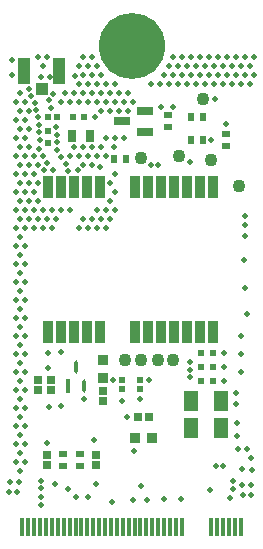
<source format=gts>
G04*
G04 #@! TF.GenerationSoftware,Altium Limited,Altium Designer,23.6.0 (18)*
G04*
G04 Layer_Color=8388736*
%FSLAX44Y44*%
%MOMM*%
G71*
G04*
G04 #@! TF.SameCoordinates,B62FFF2A-40BB-47C2-B022-6C0D6E2DF31E*
G04*
G04*
G04 #@! TF.FilePolarity,Negative*
G04*
G01*
G75*
%ADD26R,0.5500X0.6000*%
G04:AMPARAMS|DCode=27|XSize=1.164mm|YSize=0.3358mm|CornerRadius=0.1679mm|HoleSize=0mm|Usage=FLASHONLY|Rotation=90.000|XOffset=0mm|YOffset=0mm|HoleType=Round|Shape=RoundedRectangle|*
%AMROUNDEDRECTD27*
21,1,1.1640,0.0000,0,0,90.0*
21,1,0.8281,0.3358,0,0,90.0*
1,1,0.3358,0.0000,0.4141*
1,1,0.3358,0.0000,-0.4141*
1,1,0.3358,0.0000,-0.4141*
1,1,0.3358,0.0000,0.4141*
%
%ADD27ROUNDEDRECTD27*%
%ADD28R,0.3358X1.1640*%
%ADD32R,0.5153X0.4725*%
%ADD35R,1.1546X1.7062*%
%ADD43R,0.6500X0.7000*%
%ADD44R,0.9000X0.9000*%
%ADD45R,0.6500X0.6500*%
%ADD46R,0.6500X0.6500*%
%ADD47R,1.0000X1.0500*%
%ADD48R,1.0500X2.2000*%
%ADD49R,0.4500X1.5500*%
%ADD50C,1.1000*%
%ADD51R,1.3700X0.6588*%
%ADD52R,0.7000X1.0000*%
%ADD53R,0.6000X0.7000*%
%ADD54R,0.9000X0.9000*%
%ADD55R,0.9001X1.8983*%
%ADD56R,0.6000X0.6000*%
%ADD57R,0.6000X0.6000*%
%ADD58R,0.7000X0.6000*%
%ADD59C,0.5064*%
%ADD60C,5.6000*%
D26*
X102000Y136750D02*
D03*
Y129250D02*
D03*
X117000Y136750D02*
D03*
Y129250D02*
D03*
D27*
X63000Y147701D02*
D03*
X69500Y132299D02*
D03*
D28*
X56500D02*
D03*
D32*
X39214Y360000D02*
D03*
X46786D02*
D03*
D35*
X185758Y96000D02*
D03*
X160242D02*
D03*
X185758Y119000D02*
D03*
X160242D02*
D03*
D43*
X31000Y137250D02*
D03*
Y128750D02*
D03*
X42000Y137250D02*
D03*
Y128750D02*
D03*
X38000Y73250D02*
D03*
Y64750D02*
D03*
X80000Y73250D02*
D03*
Y64750D02*
D03*
D44*
X85384Y138540D02*
D03*
Y153540D02*
D03*
D45*
X85523Y118856D02*
D03*
Y127856D02*
D03*
D46*
X124500Y106000D02*
D03*
X115500D02*
D03*
D47*
X34000Y383750D02*
D03*
D48*
X19250Y399000D02*
D03*
X48750D02*
D03*
D49*
X17500Y12750D02*
D03*
X22500D02*
D03*
X27500D02*
D03*
X32500D02*
D03*
X37500D02*
D03*
X42500D02*
D03*
X47500D02*
D03*
X52500D02*
D03*
X57500D02*
D03*
X62500D02*
D03*
X67500D02*
D03*
X72500D02*
D03*
X77500D02*
D03*
X82500D02*
D03*
X87500D02*
D03*
X92500D02*
D03*
X97500D02*
D03*
X102500D02*
D03*
X107500D02*
D03*
X112500D02*
D03*
X117500D02*
D03*
X122500D02*
D03*
X127500D02*
D03*
X132500D02*
D03*
X137500D02*
D03*
X142500D02*
D03*
X147500D02*
D03*
X152500D02*
D03*
X187500D02*
D03*
X192500D02*
D03*
X197500D02*
D03*
X202500D02*
D03*
X182500D02*
D03*
X177500D02*
D03*
D50*
X132000Y154000D02*
D03*
X177000Y323000D02*
D03*
X118000Y325000D02*
D03*
X150000Y327000D02*
D03*
X170000Y375000D02*
D03*
X201000Y301000D02*
D03*
X104000Y154000D02*
D03*
X118000D02*
D03*
X145000D02*
D03*
D51*
X121304Y346850D02*
D03*
Y365150D02*
D03*
X102000Y356000D02*
D03*
D52*
X59500Y344000D02*
D03*
X74500D02*
D03*
D53*
X170000Y340000D02*
D03*
X160000D02*
D03*
X95000Y324000D02*
D03*
X105000D02*
D03*
X160000Y360000D02*
D03*
X170000D02*
D03*
D54*
X127500Y88000D02*
D03*
X112500D02*
D03*
D55*
X113000Y299998D02*
D03*
X156993D02*
D03*
X167992D02*
D03*
X178990D02*
D03*
X123999D02*
D03*
X134997D02*
D03*
X145995D02*
D03*
X83003D02*
D03*
X50009D02*
D03*
X61007D02*
D03*
X72005D02*
D03*
X39010D02*
D03*
X72005Y178002D02*
D03*
X50009D02*
D03*
X39010D02*
D03*
X83003D02*
D03*
X61007D02*
D03*
X145995D02*
D03*
X134997D02*
D03*
X123999D02*
D03*
X178990D02*
D03*
X167992D02*
D03*
X156993D02*
D03*
X113000D02*
D03*
D56*
X70000Y360000D02*
D03*
X60000D02*
D03*
X179000Y160000D02*
D03*
X169000D02*
D03*
X179000Y148000D02*
D03*
X169000D02*
D03*
X179000Y136000D02*
D03*
X169000D02*
D03*
D57*
X39000Y348000D02*
D03*
Y338000D02*
D03*
D58*
X66000Y64000D02*
D03*
Y74000D02*
D03*
X52000Y64000D02*
D03*
Y74000D02*
D03*
X190000Y335000D02*
D03*
Y345000D02*
D03*
X141000Y361000D02*
D03*
Y351000D02*
D03*
D59*
X69468Y121045D02*
D03*
X40000Y114000D02*
D03*
X50000Y115000D02*
D03*
X39000Y147000D02*
D03*
X118000Y47000D02*
D03*
X200000Y78350D02*
D03*
X207794Y79007D02*
D03*
X203112Y61996D02*
D03*
X211343Y71000D02*
D03*
X212000Y61000D02*
D03*
X63000Y38000D02*
D03*
X193000Y37000D02*
D03*
X208000Y193000D02*
D03*
X205000Y239000D02*
D03*
X206000Y215000D02*
D03*
Y259000D02*
D03*
Y268000D02*
D03*
Y276000D02*
D03*
X213640Y410220D02*
D03*
X209830Y402600D02*
D03*
X213640Y394980D02*
D03*
X209830Y387360D02*
D03*
X206020Y410220D02*
D03*
X202210Y402600D02*
D03*
X206020Y394980D02*
D03*
X202210Y387360D02*
D03*
Y174000D02*
D03*
Y158760D02*
D03*
Y143520D02*
D03*
X198400Y410220D02*
D03*
X194590Y402600D02*
D03*
X198400Y394980D02*
D03*
X194590Y387360D02*
D03*
X190780Y410220D02*
D03*
X186970Y402600D02*
D03*
X190780Y394980D02*
D03*
X186970Y387360D02*
D03*
X183160Y410220D02*
D03*
X179350Y402600D02*
D03*
X183160Y394980D02*
D03*
X179350Y387360D02*
D03*
X175540Y410220D02*
D03*
X171730Y402600D02*
D03*
X175540Y394980D02*
D03*
X171730Y387360D02*
D03*
X167920Y410220D02*
D03*
X164110Y402600D02*
D03*
X167920Y394980D02*
D03*
X164110Y387360D02*
D03*
X160300Y410220D02*
D03*
X156490Y402600D02*
D03*
X160300Y394980D02*
D03*
X156490Y387360D02*
D03*
X152680Y410220D02*
D03*
X148870Y402600D02*
D03*
X152680Y394980D02*
D03*
X148870Y387360D02*
D03*
X145060Y410220D02*
D03*
X141250Y402600D02*
D03*
X145060Y394980D02*
D03*
X141250Y387360D02*
D03*
X137440Y394980D02*
D03*
X133630Y387360D02*
D03*
X126010D02*
D03*
X110770Y372120D02*
D03*
X106960Y379740D02*
D03*
X103150Y372120D02*
D03*
X106960Y364500D02*
D03*
X103150Y341640D02*
D03*
X95530Y387360D02*
D03*
X99340Y379740D02*
D03*
X95530Y372120D02*
D03*
X99340Y364500D02*
D03*
X95530Y341640D02*
D03*
Y311160D02*
D03*
Y295920D02*
D03*
Y280680D02*
D03*
X87910Y387360D02*
D03*
X91720Y379740D02*
D03*
X87910Y372120D02*
D03*
X91720Y364500D02*
D03*
X87910Y341640D02*
D03*
Y326400D02*
D03*
X91720Y303540D02*
D03*
Y288300D02*
D03*
X87910Y280680D02*
D03*
X91720Y273060D02*
D03*
X87910Y265440D02*
D03*
X80290Y402600D02*
D03*
X84100Y394980D02*
D03*
X80290Y387360D02*
D03*
X84100Y379740D02*
D03*
X80290Y372120D02*
D03*
X84100Y364500D02*
D03*
Y334020D02*
D03*
X80290Y326400D02*
D03*
Y280680D02*
D03*
X84100Y273060D02*
D03*
X80290Y265440D02*
D03*
X76480Y410220D02*
D03*
X72670Y402600D02*
D03*
X76480Y394980D02*
D03*
X72670Y387360D02*
D03*
X76480Y379740D02*
D03*
X72670Y372120D02*
D03*
X76480Y334020D02*
D03*
X72670Y326400D02*
D03*
X76480Y318780D02*
D03*
Y273060D02*
D03*
X72670Y265440D02*
D03*
X68860Y410220D02*
D03*
X65050Y402600D02*
D03*
X68860Y394980D02*
D03*
X65050Y387360D02*
D03*
X68860Y379740D02*
D03*
X65050Y372120D02*
D03*
X68860Y334020D02*
D03*
X65050Y326400D02*
D03*
X68860Y318780D02*
D03*
Y273060D02*
D03*
X65050Y265440D02*
D03*
X61240Y379740D02*
D03*
X57430Y372120D02*
D03*
X61240Y334020D02*
D03*
X57430Y326400D02*
D03*
Y280680D02*
D03*
X53620Y379740D02*
D03*
X49810Y372120D02*
D03*
Y280680D02*
D03*
X42190D02*
D03*
X46000Y273060D02*
D03*
X42190Y265440D02*
D03*
X38380Y410220D02*
D03*
X34570Y402600D02*
D03*
Y280680D02*
D03*
X38380Y273060D02*
D03*
X34570Y265440D02*
D03*
X30760Y410220D02*
D03*
X26950Y326400D02*
D03*
X30760Y318780D02*
D03*
X26950Y311160D02*
D03*
X30760Y303540D02*
D03*
X26950Y295920D02*
D03*
X30760Y288300D02*
D03*
X26950Y280680D02*
D03*
X30760Y273060D02*
D03*
X26950Y265440D02*
D03*
X19330Y372120D02*
D03*
X23140Y364500D02*
D03*
X19330Y356880D02*
D03*
X23140Y349260D02*
D03*
X19330Y341640D02*
D03*
X23140Y334020D02*
D03*
X19330Y326400D02*
D03*
X23140Y318780D02*
D03*
X19330Y311160D02*
D03*
X23140Y303540D02*
D03*
X19330Y295920D02*
D03*
X23140Y288300D02*
D03*
X19330Y280680D02*
D03*
X23140Y273060D02*
D03*
X19330Y265440D02*
D03*
Y250200D02*
D03*
Y234960D02*
D03*
Y219720D02*
D03*
Y204480D02*
D03*
Y189240D02*
D03*
Y174000D02*
D03*
Y158760D02*
D03*
Y143520D02*
D03*
Y128280D02*
D03*
Y113040D02*
D03*
Y97800D02*
D03*
Y82560D02*
D03*
Y67320D02*
D03*
X15520Y379740D02*
D03*
X11710Y372120D02*
D03*
X15520Y364500D02*
D03*
X11710Y356880D02*
D03*
X15520Y349260D02*
D03*
X11710Y341640D02*
D03*
X15520Y334020D02*
D03*
X11710Y326400D02*
D03*
X15520Y318780D02*
D03*
X11710Y311160D02*
D03*
X15520Y303540D02*
D03*
X11710Y295920D02*
D03*
X15520Y288300D02*
D03*
X11710Y280680D02*
D03*
X15520Y273060D02*
D03*
X11710Y265440D02*
D03*
X15520Y257820D02*
D03*
X11710Y250200D02*
D03*
X15520Y242580D02*
D03*
X11710Y234960D02*
D03*
X15520Y227340D02*
D03*
X11710Y219720D02*
D03*
X15520Y212100D02*
D03*
X11710Y204480D02*
D03*
X15520Y196860D02*
D03*
X11710Y189240D02*
D03*
X15520Y181620D02*
D03*
X11710Y174000D02*
D03*
X15520Y166380D02*
D03*
X11710Y158760D02*
D03*
X15520Y151140D02*
D03*
X11710Y143520D02*
D03*
X15520Y135900D02*
D03*
X11710Y128280D02*
D03*
X15520Y120660D02*
D03*
X11710Y113040D02*
D03*
X15520Y105420D02*
D03*
X11710Y97800D02*
D03*
X15520Y90180D02*
D03*
X11710Y82560D02*
D03*
X15520Y74940D02*
D03*
X11710Y67320D02*
D03*
X15520Y59700D02*
D03*
X32151Y339810D02*
D03*
X31576Y332800D02*
D03*
X35076Y326800D02*
D03*
X38651Y320417D02*
D03*
X43408Y314602D02*
D03*
X55998Y314097D02*
D03*
X54580Y320095D02*
D03*
X50238Y325800D02*
D03*
X47228Y332057D02*
D03*
X46887Y338234D02*
D03*
X46651Y344528D02*
D03*
X41962Y367714D02*
D03*
X39820Y373823D02*
D03*
X31485Y353188D02*
D03*
X30909Y359800D02*
D03*
X29145Y365800D02*
D03*
X33000Y393477D02*
D03*
X23000Y383750D02*
D03*
X24523Y377500D02*
D03*
X28054Y371915D02*
D03*
X31719Y347000D02*
D03*
X46267Y350969D02*
D03*
X43782Y379467D02*
D03*
X41000Y393477D02*
D03*
X9000Y395000D02*
D03*
Y408000D02*
D03*
X62000Y394000D02*
D03*
X73000Y38000D02*
D03*
X187096Y64000D02*
D03*
X181031D02*
D03*
X78000Y86000D02*
D03*
X132530Y319000D02*
D03*
X126466D02*
D03*
X112000Y77000D02*
D03*
X106000Y106000D02*
D03*
X117000Y121000D02*
D03*
X102000Y119000D02*
D03*
X125000Y136750D02*
D03*
X94000D02*
D03*
X38000Y84000D02*
D03*
X83000Y317000D02*
D03*
X159000Y322000D02*
D03*
X50000Y161000D02*
D03*
X190000Y354000D02*
D03*
X177000Y340000D02*
D03*
X181000Y375000D02*
D03*
X145000Y368000D02*
D03*
X135000D02*
D03*
X95000Y334000D02*
D03*
X79000Y360000D02*
D03*
X39010Y160198D02*
D03*
X64425Y314602D02*
D03*
X36000Y314802D02*
D03*
X199000Y90000D02*
D03*
Y101000D02*
D03*
X198000Y117000D02*
D03*
Y126000D02*
D03*
X188000Y136000D02*
D03*
Y148000D02*
D03*
Y160000D02*
D03*
X159000Y152000D02*
D03*
Y145500D02*
D03*
Y139375D02*
D03*
X176000Y44000D02*
D03*
X195873Y44688D02*
D03*
X196187Y51172D02*
D03*
X111000Y35000D02*
D03*
X204114Y40000D02*
D03*
X203458Y48255D02*
D03*
X211000Y40000D02*
D03*
Y47870D02*
D03*
X152000Y36000D02*
D03*
X137000D02*
D03*
X123000Y35000D02*
D03*
X93000Y34000D02*
D03*
X33000Y31000D02*
D03*
Y38000D02*
D03*
X32880Y45166D02*
D03*
X33000Y51645D02*
D03*
X15000Y50312D02*
D03*
X12791Y42000D02*
D03*
X6395Y41971D02*
D03*
X6826Y50312D02*
D03*
X80000Y49000D02*
D03*
X45000D02*
D03*
X56000Y45000D02*
D03*
D60*
X110000Y420000D02*
D03*
M02*

</source>
